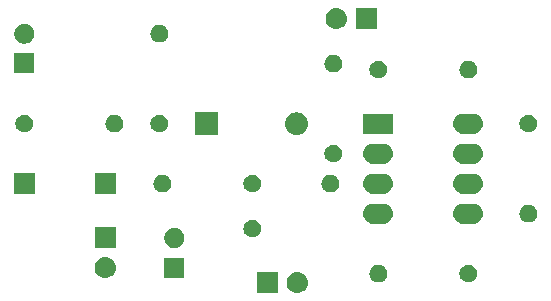
<source format=gbr>
G04 #@! TF.GenerationSoftware,KiCad,Pcbnew,(5.1.2)-2*
G04 #@! TF.CreationDate,2019-11-28T10:38:42+11:00*
G04 #@! TF.ProjectId,AM Demodulator,414d2044-656d-46f6-9475-6c61746f722e,rev 0.1*
G04 #@! TF.SameCoordinates,Original*
G04 #@! TF.FileFunction,Soldermask,Bot*
G04 #@! TF.FilePolarity,Negative*
%FSLAX46Y46*%
G04 Gerber Fmt 4.6, Leading zero omitted, Abs format (unit mm)*
G04 Created by KiCad (PCBNEW (5.1.2)-2) date 2019-11-28 10:38:42*
%MOMM*%
%LPD*%
G04 APERTURE LIST*
%ADD10C,0.100000*%
G04 APERTURE END LIST*
D10*
G36*
X155836443Y-115723519D02*
G01*
X155902627Y-115730037D01*
X156072466Y-115781557D01*
X156228991Y-115865222D01*
X156264729Y-115894552D01*
X156366186Y-115977814D01*
X156445992Y-116075059D01*
X156478778Y-116115009D01*
X156562443Y-116271534D01*
X156613963Y-116441373D01*
X156631359Y-116618000D01*
X156613963Y-116794627D01*
X156562443Y-116964466D01*
X156478778Y-117120991D01*
X156449448Y-117156729D01*
X156366186Y-117258186D01*
X156264729Y-117341448D01*
X156228991Y-117370778D01*
X156072466Y-117454443D01*
X155902627Y-117505963D01*
X155836443Y-117512481D01*
X155770260Y-117519000D01*
X155681740Y-117519000D01*
X155615557Y-117512481D01*
X155549373Y-117505963D01*
X155379534Y-117454443D01*
X155223009Y-117370778D01*
X155187271Y-117341448D01*
X155085814Y-117258186D01*
X155002552Y-117156729D01*
X154973222Y-117120991D01*
X154889557Y-116964466D01*
X154838037Y-116794627D01*
X154820641Y-116618000D01*
X154838037Y-116441373D01*
X154889557Y-116271534D01*
X154973222Y-116115009D01*
X155006008Y-116075059D01*
X155085814Y-115977814D01*
X155187271Y-115894552D01*
X155223009Y-115865222D01*
X155379534Y-115781557D01*
X155549373Y-115730037D01*
X155615557Y-115723519D01*
X155681740Y-115717000D01*
X155770260Y-115717000D01*
X155836443Y-115723519D01*
X155836443Y-115723519D01*
G37*
G36*
X154087000Y-117519000D02*
G01*
X152285000Y-117519000D01*
X152285000Y-115717000D01*
X154087000Y-115717000D01*
X154087000Y-117519000D01*
X154087000Y-117519000D01*
G37*
G36*
X162657665Y-115108622D02*
G01*
X162731222Y-115115867D01*
X162872786Y-115158810D01*
X163003252Y-115228546D01*
X163033040Y-115252992D01*
X163117607Y-115322393D01*
X163187008Y-115406960D01*
X163211454Y-115436748D01*
X163281190Y-115567214D01*
X163324133Y-115708778D01*
X163338633Y-115856000D01*
X163324133Y-116003222D01*
X163281190Y-116144786D01*
X163211454Y-116275252D01*
X163187008Y-116305040D01*
X163117607Y-116389607D01*
X163033040Y-116459008D01*
X163003252Y-116483454D01*
X162872786Y-116553190D01*
X162731222Y-116596133D01*
X162657665Y-116603378D01*
X162620888Y-116607000D01*
X162547112Y-116607000D01*
X162510335Y-116603378D01*
X162436778Y-116596133D01*
X162295214Y-116553190D01*
X162164748Y-116483454D01*
X162134960Y-116459008D01*
X162050393Y-116389607D01*
X161980992Y-116305040D01*
X161956546Y-116275252D01*
X161886810Y-116144786D01*
X161843867Y-116003222D01*
X161829367Y-115856000D01*
X161843867Y-115708778D01*
X161886810Y-115567214D01*
X161956546Y-115436748D01*
X161980992Y-115406960D01*
X162050393Y-115322393D01*
X162134960Y-115252992D01*
X162164748Y-115228546D01*
X162295214Y-115158810D01*
X162436778Y-115115867D01*
X162510335Y-115108622D01*
X162547112Y-115105000D01*
X162620888Y-115105000D01*
X162657665Y-115108622D01*
X162657665Y-115108622D01*
G37*
G36*
X170423059Y-115133860D02*
G01*
X170483294Y-115158810D01*
X170559732Y-115190472D01*
X170682735Y-115272660D01*
X170787340Y-115377265D01*
X170869528Y-115500268D01*
X170869529Y-115500270D01*
X170926140Y-115636941D01*
X170954906Y-115781557D01*
X170955000Y-115782033D01*
X170955000Y-115929967D01*
X170926140Y-116075059D01*
X170869528Y-116211732D01*
X170787340Y-116334735D01*
X170682735Y-116439340D01*
X170559732Y-116521528D01*
X170559731Y-116521529D01*
X170559730Y-116521529D01*
X170423059Y-116578140D01*
X170277968Y-116607000D01*
X170130032Y-116607000D01*
X169984941Y-116578140D01*
X169848270Y-116521529D01*
X169848269Y-116521529D01*
X169848268Y-116521528D01*
X169725265Y-116439340D01*
X169620660Y-116334735D01*
X169538472Y-116211732D01*
X169481860Y-116075059D01*
X169453000Y-115929967D01*
X169453000Y-115782033D01*
X169453095Y-115781557D01*
X169481860Y-115636941D01*
X169538471Y-115500270D01*
X169538472Y-115500268D01*
X169620660Y-115377265D01*
X169725265Y-115272660D01*
X169848268Y-115190472D01*
X169924707Y-115158810D01*
X169984941Y-115133860D01*
X170130032Y-115105000D01*
X170277968Y-115105000D01*
X170423059Y-115133860D01*
X170423059Y-115133860D01*
G37*
G36*
X139580442Y-114453518D02*
G01*
X139646627Y-114460037D01*
X139816466Y-114511557D01*
X139972991Y-114595222D01*
X140008729Y-114624552D01*
X140110186Y-114707814D01*
X140193448Y-114809271D01*
X140222778Y-114845009D01*
X140306443Y-115001534D01*
X140357963Y-115171373D01*
X140375359Y-115348000D01*
X140357963Y-115524627D01*
X140306443Y-115694466D01*
X140222778Y-115850991D01*
X140193448Y-115886729D01*
X140110186Y-115988186D01*
X140008729Y-116071448D01*
X139972991Y-116100778D01*
X139816466Y-116184443D01*
X139646627Y-116235963D01*
X139580442Y-116242482D01*
X139514260Y-116249000D01*
X139425740Y-116249000D01*
X139359558Y-116242482D01*
X139293373Y-116235963D01*
X139123534Y-116184443D01*
X138967009Y-116100778D01*
X138931271Y-116071448D01*
X138829814Y-115988186D01*
X138746552Y-115886729D01*
X138717222Y-115850991D01*
X138633557Y-115694466D01*
X138582037Y-115524627D01*
X138564641Y-115348000D01*
X138582037Y-115171373D01*
X138633557Y-115001534D01*
X138717222Y-114845009D01*
X138746552Y-114809271D01*
X138829814Y-114707814D01*
X138931271Y-114624552D01*
X138967009Y-114595222D01*
X139123534Y-114511557D01*
X139293373Y-114460037D01*
X139359558Y-114453518D01*
X139425740Y-114447000D01*
X139514260Y-114447000D01*
X139580442Y-114453518D01*
X139580442Y-114453518D01*
G37*
G36*
X146163000Y-116199000D02*
G01*
X144461000Y-116199000D01*
X144461000Y-114497000D01*
X146163000Y-114497000D01*
X146163000Y-116199000D01*
X146163000Y-116199000D01*
G37*
G36*
X140371000Y-113709000D02*
G01*
X138569000Y-113709000D01*
X138569000Y-111907000D01*
X140371000Y-111907000D01*
X140371000Y-113709000D01*
X140371000Y-113709000D01*
G37*
G36*
X145560228Y-112029703D02*
G01*
X145715100Y-112093853D01*
X145854481Y-112186985D01*
X145973015Y-112305519D01*
X146066147Y-112444900D01*
X146130297Y-112599772D01*
X146163000Y-112764184D01*
X146163000Y-112931816D01*
X146130297Y-113096228D01*
X146066147Y-113251100D01*
X145973015Y-113390481D01*
X145854481Y-113509015D01*
X145715100Y-113602147D01*
X145560228Y-113666297D01*
X145395816Y-113699000D01*
X145228184Y-113699000D01*
X145063772Y-113666297D01*
X144908900Y-113602147D01*
X144769519Y-113509015D01*
X144650985Y-113390481D01*
X144557853Y-113251100D01*
X144493703Y-113096228D01*
X144461000Y-112931816D01*
X144461000Y-112764184D01*
X144493703Y-112599772D01*
X144557853Y-112444900D01*
X144650985Y-112305519D01*
X144769519Y-112186985D01*
X144908900Y-112093853D01*
X145063772Y-112029703D01*
X145228184Y-111997000D01*
X145395816Y-111997000D01*
X145560228Y-112029703D01*
X145560228Y-112029703D01*
G37*
G36*
X152063398Y-111309606D02*
G01*
X152135059Y-111323860D01*
X152271732Y-111380472D01*
X152394735Y-111462660D01*
X152499340Y-111567265D01*
X152581528Y-111690268D01*
X152581529Y-111690270D01*
X152638140Y-111826941D01*
X152654065Y-111907000D01*
X152667000Y-111972033D01*
X152667000Y-112119967D01*
X152638140Y-112265059D01*
X152581528Y-112401732D01*
X152499340Y-112524735D01*
X152394735Y-112629340D01*
X152271732Y-112711528D01*
X152271731Y-112711529D01*
X152271730Y-112711529D01*
X152135059Y-112768140D01*
X151989968Y-112797000D01*
X151842032Y-112797000D01*
X151696941Y-112768140D01*
X151560270Y-112711529D01*
X151560269Y-112711529D01*
X151560268Y-112711528D01*
X151437265Y-112629340D01*
X151332660Y-112524735D01*
X151250472Y-112401732D01*
X151193860Y-112265059D01*
X151165000Y-112119967D01*
X151165000Y-111972033D01*
X151177936Y-111907000D01*
X151193860Y-111826941D01*
X151250471Y-111690270D01*
X151250472Y-111690268D01*
X151332660Y-111567265D01*
X151437265Y-111462660D01*
X151560268Y-111380472D01*
X151696941Y-111323860D01*
X151768602Y-111309606D01*
X151842032Y-111295000D01*
X151989968Y-111295000D01*
X152063398Y-111309606D01*
X152063398Y-111309606D01*
G37*
G36*
X170748823Y-109937313D02*
G01*
X170909242Y-109985976D01*
X171002581Y-110035867D01*
X171057078Y-110064996D01*
X171186659Y-110171341D01*
X171293004Y-110300922D01*
X171293005Y-110300924D01*
X171372024Y-110448758D01*
X171420687Y-110609177D01*
X171437117Y-110776000D01*
X171420687Y-110942823D01*
X171372024Y-111103242D01*
X171301114Y-111235906D01*
X171293004Y-111251078D01*
X171186659Y-111380659D01*
X171057078Y-111487004D01*
X171057076Y-111487005D01*
X170909242Y-111566024D01*
X170909239Y-111566025D01*
X170879380Y-111575083D01*
X170748823Y-111614687D01*
X170623804Y-111627000D01*
X169740196Y-111627000D01*
X169615177Y-111614687D01*
X169484620Y-111575083D01*
X169454761Y-111566025D01*
X169454758Y-111566024D01*
X169306924Y-111487005D01*
X169306922Y-111487004D01*
X169177341Y-111380659D01*
X169070996Y-111251078D01*
X169062886Y-111235906D01*
X168991976Y-111103242D01*
X168943313Y-110942823D01*
X168926883Y-110776000D01*
X168943313Y-110609177D01*
X168991976Y-110448758D01*
X169070995Y-110300924D01*
X169070996Y-110300922D01*
X169177341Y-110171341D01*
X169306922Y-110064996D01*
X169361419Y-110035867D01*
X169454758Y-109985976D01*
X169615177Y-109937313D01*
X169740196Y-109925000D01*
X170623804Y-109925000D01*
X170748823Y-109937313D01*
X170748823Y-109937313D01*
G37*
G36*
X163128823Y-109937313D02*
G01*
X163289242Y-109985976D01*
X163382581Y-110035867D01*
X163437078Y-110064996D01*
X163566659Y-110171341D01*
X163673004Y-110300922D01*
X163673005Y-110300924D01*
X163752024Y-110448758D01*
X163800687Y-110609177D01*
X163817117Y-110776000D01*
X163800687Y-110942823D01*
X163752024Y-111103242D01*
X163681114Y-111235906D01*
X163673004Y-111251078D01*
X163566659Y-111380659D01*
X163437078Y-111487004D01*
X163437076Y-111487005D01*
X163289242Y-111566024D01*
X163289239Y-111566025D01*
X163259380Y-111575083D01*
X163128823Y-111614687D01*
X163003804Y-111627000D01*
X162120196Y-111627000D01*
X161995177Y-111614687D01*
X161864620Y-111575083D01*
X161834761Y-111566025D01*
X161834758Y-111566024D01*
X161686924Y-111487005D01*
X161686922Y-111487004D01*
X161557341Y-111380659D01*
X161450996Y-111251078D01*
X161442886Y-111235906D01*
X161371976Y-111103242D01*
X161323313Y-110942823D01*
X161306883Y-110776000D01*
X161323313Y-110609177D01*
X161371976Y-110448758D01*
X161450995Y-110300924D01*
X161450996Y-110300922D01*
X161557341Y-110171341D01*
X161686922Y-110064996D01*
X161741419Y-110035867D01*
X161834758Y-109985976D01*
X161995177Y-109937313D01*
X162120196Y-109925000D01*
X163003804Y-109925000D01*
X163128823Y-109937313D01*
X163128823Y-109937313D01*
G37*
G36*
X175357665Y-110028622D02*
G01*
X175431222Y-110035867D01*
X175572786Y-110078810D01*
X175703252Y-110148546D01*
X175731028Y-110171341D01*
X175817607Y-110242393D01*
X175887008Y-110326960D01*
X175911454Y-110356748D01*
X175981190Y-110487214D01*
X176024133Y-110628778D01*
X176038633Y-110776000D01*
X176024133Y-110923222D01*
X175981190Y-111064786D01*
X175911454Y-111195252D01*
X175887008Y-111225040D01*
X175817607Y-111309607D01*
X175733040Y-111379008D01*
X175703252Y-111403454D01*
X175572786Y-111473190D01*
X175431222Y-111516133D01*
X175357665Y-111523378D01*
X175320888Y-111527000D01*
X175247112Y-111527000D01*
X175210335Y-111523378D01*
X175136778Y-111516133D01*
X174995214Y-111473190D01*
X174864748Y-111403454D01*
X174834960Y-111379008D01*
X174750393Y-111309607D01*
X174680992Y-111225040D01*
X174656546Y-111195252D01*
X174586810Y-111064786D01*
X174543867Y-110923222D01*
X174529367Y-110776000D01*
X174543867Y-110628778D01*
X174586810Y-110487214D01*
X174656546Y-110356748D01*
X174680992Y-110326960D01*
X174750393Y-110242393D01*
X174836972Y-110171341D01*
X174864748Y-110148546D01*
X174995214Y-110078810D01*
X175136778Y-110035867D01*
X175210335Y-110028622D01*
X175247112Y-110025000D01*
X175320888Y-110025000D01*
X175357665Y-110028622D01*
X175357665Y-110028622D01*
G37*
G36*
X133513000Y-109137000D02*
G01*
X131711000Y-109137000D01*
X131711000Y-107335000D01*
X133513000Y-107335000D01*
X133513000Y-109137000D01*
X133513000Y-109137000D01*
G37*
G36*
X140371000Y-109137000D02*
G01*
X138569000Y-109137000D01*
X138569000Y-107335000D01*
X140371000Y-107335000D01*
X140371000Y-109137000D01*
X140371000Y-109137000D01*
G37*
G36*
X170748823Y-107397313D02*
G01*
X170909242Y-107445976D01*
X171002581Y-107495867D01*
X171057078Y-107524996D01*
X171186659Y-107631341D01*
X171293004Y-107760922D01*
X171293005Y-107760924D01*
X171372024Y-107908758D01*
X171420687Y-108069177D01*
X171437117Y-108236000D01*
X171420687Y-108402823D01*
X171372024Y-108563242D01*
X171301114Y-108695906D01*
X171293004Y-108711078D01*
X171186659Y-108840659D01*
X171057078Y-108947004D01*
X171057076Y-108947005D01*
X170909242Y-109026024D01*
X170748823Y-109074687D01*
X170623804Y-109087000D01*
X169740196Y-109087000D01*
X169615177Y-109074687D01*
X169454758Y-109026024D01*
X169306924Y-108947005D01*
X169306922Y-108947004D01*
X169177341Y-108840659D01*
X169070996Y-108711078D01*
X169062886Y-108695906D01*
X168991976Y-108563242D01*
X168943313Y-108402823D01*
X168926883Y-108236000D01*
X168943313Y-108069177D01*
X168991976Y-107908758D01*
X169070995Y-107760924D01*
X169070996Y-107760922D01*
X169177341Y-107631341D01*
X169306922Y-107524996D01*
X169361419Y-107495867D01*
X169454758Y-107445976D01*
X169615177Y-107397313D01*
X169740196Y-107385000D01*
X170623804Y-107385000D01*
X170748823Y-107397313D01*
X170748823Y-107397313D01*
G37*
G36*
X163128823Y-107397313D02*
G01*
X163289242Y-107445976D01*
X163382581Y-107495867D01*
X163437078Y-107524996D01*
X163566659Y-107631341D01*
X163673004Y-107760922D01*
X163673005Y-107760924D01*
X163752024Y-107908758D01*
X163800687Y-108069177D01*
X163817117Y-108236000D01*
X163800687Y-108402823D01*
X163752024Y-108563242D01*
X163681114Y-108695906D01*
X163673004Y-108711078D01*
X163566659Y-108840659D01*
X163437078Y-108947004D01*
X163437076Y-108947005D01*
X163289242Y-109026024D01*
X163128823Y-109074687D01*
X163003804Y-109087000D01*
X162120196Y-109087000D01*
X161995177Y-109074687D01*
X161834758Y-109026024D01*
X161686924Y-108947005D01*
X161686922Y-108947004D01*
X161557341Y-108840659D01*
X161450996Y-108711078D01*
X161442886Y-108695906D01*
X161371976Y-108563242D01*
X161323313Y-108402823D01*
X161306883Y-108236000D01*
X161323313Y-108069177D01*
X161371976Y-107908758D01*
X161450995Y-107760924D01*
X161450996Y-107760922D01*
X161557341Y-107631341D01*
X161686922Y-107524996D01*
X161741419Y-107495867D01*
X161834758Y-107445976D01*
X161995177Y-107397313D01*
X162120196Y-107385000D01*
X163003804Y-107385000D01*
X163128823Y-107397313D01*
X163128823Y-107397313D01*
G37*
G36*
X152135059Y-107513860D02*
G01*
X152195294Y-107538810D01*
X152271732Y-107570472D01*
X152394735Y-107652660D01*
X152499340Y-107757265D01*
X152581528Y-107880268D01*
X152638140Y-108016941D01*
X152667000Y-108162033D01*
X152667000Y-108309967D01*
X152638140Y-108455059D01*
X152581528Y-108591732D01*
X152499340Y-108714735D01*
X152394735Y-108819340D01*
X152271732Y-108901528D01*
X152271731Y-108901529D01*
X152271730Y-108901529D01*
X152135059Y-108958140D01*
X151989968Y-108987000D01*
X151842032Y-108987000D01*
X151696941Y-108958140D01*
X151560270Y-108901529D01*
X151560269Y-108901529D01*
X151560268Y-108901528D01*
X151437265Y-108819340D01*
X151332660Y-108714735D01*
X151250472Y-108591732D01*
X151193860Y-108455059D01*
X151165000Y-108309967D01*
X151165000Y-108162033D01*
X151193860Y-108016941D01*
X151250472Y-107880268D01*
X151332660Y-107757265D01*
X151437265Y-107652660D01*
X151560268Y-107570472D01*
X151636707Y-107538810D01*
X151696941Y-107513860D01*
X151842032Y-107485000D01*
X151989968Y-107485000D01*
X152135059Y-107513860D01*
X152135059Y-107513860D01*
G37*
G36*
X144369665Y-107488622D02*
G01*
X144443222Y-107495867D01*
X144584786Y-107538810D01*
X144715252Y-107608546D01*
X144743028Y-107631341D01*
X144829607Y-107702393D01*
X144899008Y-107786960D01*
X144923454Y-107816748D01*
X144993190Y-107947214D01*
X145036133Y-108088778D01*
X145050633Y-108236000D01*
X145036133Y-108383222D01*
X144993190Y-108524786D01*
X144923454Y-108655252D01*
X144899008Y-108685040D01*
X144829607Y-108769607D01*
X144769004Y-108819341D01*
X144715252Y-108863454D01*
X144584786Y-108933190D01*
X144443222Y-108976133D01*
X144369665Y-108983378D01*
X144332888Y-108987000D01*
X144259112Y-108987000D01*
X144222335Y-108983378D01*
X144148778Y-108976133D01*
X144007214Y-108933190D01*
X143876748Y-108863454D01*
X143822996Y-108819341D01*
X143762393Y-108769607D01*
X143692992Y-108685040D01*
X143668546Y-108655252D01*
X143598810Y-108524786D01*
X143555867Y-108383222D01*
X143541367Y-108236000D01*
X143555867Y-108088778D01*
X143598810Y-107947214D01*
X143668546Y-107816748D01*
X143692992Y-107786960D01*
X143762393Y-107702393D01*
X143848972Y-107631341D01*
X143876748Y-107608546D01*
X144007214Y-107538810D01*
X144148778Y-107495867D01*
X144222335Y-107488622D01*
X144259112Y-107485000D01*
X144332888Y-107485000D01*
X144369665Y-107488622D01*
X144369665Y-107488622D01*
G37*
G36*
X158588779Y-107488622D02*
G01*
X158662336Y-107495867D01*
X158803900Y-107538810D01*
X158934366Y-107608546D01*
X158962142Y-107631341D01*
X159048721Y-107702393D01*
X159118122Y-107786960D01*
X159142568Y-107816748D01*
X159212304Y-107947214D01*
X159255247Y-108088778D01*
X159269747Y-108236000D01*
X159255247Y-108383222D01*
X159212304Y-108524786D01*
X159142568Y-108655252D01*
X159118122Y-108685040D01*
X159048721Y-108769607D01*
X158988118Y-108819341D01*
X158934366Y-108863454D01*
X158803900Y-108933190D01*
X158662336Y-108976133D01*
X158588779Y-108983378D01*
X158552002Y-108987000D01*
X158478226Y-108987000D01*
X158441449Y-108983378D01*
X158367892Y-108976133D01*
X158226328Y-108933190D01*
X158095862Y-108863454D01*
X158042110Y-108819341D01*
X157981507Y-108769607D01*
X157912106Y-108685040D01*
X157887660Y-108655252D01*
X157817924Y-108524786D01*
X157774981Y-108383222D01*
X157760481Y-108236000D01*
X157774981Y-108088778D01*
X157817924Y-107947214D01*
X157887660Y-107816748D01*
X157912106Y-107786960D01*
X157981507Y-107702393D01*
X158068086Y-107631341D01*
X158095862Y-107608546D01*
X158226328Y-107538810D01*
X158367892Y-107495867D01*
X158441449Y-107488622D01*
X158478226Y-107485000D01*
X158552002Y-107485000D01*
X158588779Y-107488622D01*
X158588779Y-107488622D01*
G37*
G36*
X163128823Y-104857313D02*
G01*
X163289242Y-104905976D01*
X163416244Y-104973860D01*
X163437078Y-104984996D01*
X163566659Y-105091341D01*
X163673004Y-105220922D01*
X163673005Y-105220924D01*
X163752024Y-105368758D01*
X163800687Y-105529177D01*
X163817117Y-105696000D01*
X163800687Y-105862823D01*
X163752024Y-106023242D01*
X163681114Y-106155906D01*
X163673004Y-106171078D01*
X163566659Y-106300659D01*
X163437078Y-106407004D01*
X163437076Y-106407005D01*
X163289242Y-106486024D01*
X163128823Y-106534687D01*
X163003804Y-106547000D01*
X162120196Y-106547000D01*
X161995177Y-106534687D01*
X161834758Y-106486024D01*
X161686924Y-106407005D01*
X161686922Y-106407004D01*
X161557341Y-106300659D01*
X161450996Y-106171078D01*
X161442886Y-106155906D01*
X161371976Y-106023242D01*
X161323313Y-105862823D01*
X161306883Y-105696000D01*
X161323313Y-105529177D01*
X161371976Y-105368758D01*
X161450995Y-105220924D01*
X161450996Y-105220922D01*
X161557341Y-105091341D01*
X161686922Y-104984996D01*
X161707756Y-104973860D01*
X161834758Y-104905976D01*
X161995177Y-104857313D01*
X162120196Y-104845000D01*
X163003804Y-104845000D01*
X163128823Y-104857313D01*
X163128823Y-104857313D01*
G37*
G36*
X170748823Y-104857313D02*
G01*
X170909242Y-104905976D01*
X171036244Y-104973860D01*
X171057078Y-104984996D01*
X171186659Y-105091341D01*
X171293004Y-105220922D01*
X171293005Y-105220924D01*
X171372024Y-105368758D01*
X171420687Y-105529177D01*
X171437117Y-105696000D01*
X171420687Y-105862823D01*
X171372024Y-106023242D01*
X171301114Y-106155906D01*
X171293004Y-106171078D01*
X171186659Y-106300659D01*
X171057078Y-106407004D01*
X171057076Y-106407005D01*
X170909242Y-106486024D01*
X170748823Y-106534687D01*
X170623804Y-106547000D01*
X169740196Y-106547000D01*
X169615177Y-106534687D01*
X169454758Y-106486024D01*
X169306924Y-106407005D01*
X169306922Y-106407004D01*
X169177341Y-106300659D01*
X169070996Y-106171078D01*
X169062886Y-106155906D01*
X168991976Y-106023242D01*
X168943313Y-105862823D01*
X168926883Y-105696000D01*
X168943313Y-105529177D01*
X168991976Y-105368758D01*
X169070995Y-105220924D01*
X169070996Y-105220922D01*
X169177341Y-105091341D01*
X169306922Y-104984996D01*
X169327756Y-104973860D01*
X169454758Y-104905976D01*
X169615177Y-104857313D01*
X169740196Y-104845000D01*
X170623804Y-104845000D01*
X170748823Y-104857313D01*
X170748823Y-104857313D01*
G37*
G36*
X158993059Y-104973860D02*
G01*
X159129732Y-105030472D01*
X159252735Y-105112660D01*
X159357340Y-105217265D01*
X159439528Y-105340268D01*
X159496140Y-105476941D01*
X159525000Y-105622033D01*
X159525000Y-105769967D01*
X159496140Y-105915059D01*
X159439528Y-106051732D01*
X159357340Y-106174735D01*
X159252735Y-106279340D01*
X159129732Y-106361528D01*
X159129731Y-106361529D01*
X159129730Y-106361529D01*
X158993059Y-106418140D01*
X158847968Y-106447000D01*
X158700032Y-106447000D01*
X158554941Y-106418140D01*
X158418270Y-106361529D01*
X158418269Y-106361529D01*
X158418268Y-106361528D01*
X158295265Y-106279340D01*
X158190660Y-106174735D01*
X158108472Y-106051732D01*
X158051860Y-105915059D01*
X158023000Y-105769967D01*
X158023000Y-105622033D01*
X158051860Y-105476941D01*
X158108472Y-105340268D01*
X158190660Y-105217265D01*
X158295265Y-105112660D01*
X158418268Y-105030472D01*
X158554941Y-104973860D01*
X158700032Y-104945000D01*
X158847968Y-104945000D01*
X158993059Y-104973860D01*
X158993059Y-104973860D01*
G37*
G36*
X155844425Y-102218760D02*
G01*
X155844428Y-102218761D01*
X155844429Y-102218761D01*
X156023693Y-102273140D01*
X156023696Y-102273142D01*
X156023697Y-102273142D01*
X156188903Y-102361446D01*
X156333712Y-102480288D01*
X156452554Y-102625097D01*
X156512232Y-102736748D01*
X156540860Y-102790307D01*
X156564189Y-102867214D01*
X156595240Y-102969575D01*
X156613601Y-103156000D01*
X156595240Y-103342425D01*
X156595239Y-103342428D01*
X156595239Y-103342429D01*
X156540860Y-103521693D01*
X156540858Y-103521696D01*
X156540858Y-103521697D01*
X156452554Y-103686903D01*
X156333712Y-103831712D01*
X156188903Y-103950554D01*
X156083299Y-104007000D01*
X156023693Y-104038860D01*
X155844429Y-104093239D01*
X155844428Y-104093239D01*
X155844425Y-104093240D01*
X155704718Y-104107000D01*
X155611282Y-104107000D01*
X155471575Y-104093240D01*
X155471572Y-104093239D01*
X155471571Y-104093239D01*
X155292307Y-104038860D01*
X155232701Y-104007000D01*
X155127097Y-103950554D01*
X154982288Y-103831712D01*
X154863446Y-103686903D01*
X154775142Y-103521697D01*
X154775142Y-103521696D01*
X154775140Y-103521693D01*
X154720761Y-103342429D01*
X154720761Y-103342428D01*
X154720760Y-103342425D01*
X154702399Y-103156000D01*
X154720760Y-102969575D01*
X154751811Y-102867214D01*
X154775140Y-102790307D01*
X154803768Y-102736748D01*
X154863446Y-102625097D01*
X154982288Y-102480288D01*
X155127097Y-102361446D01*
X155292303Y-102273142D01*
X155292304Y-102273142D01*
X155292307Y-102273140D01*
X155471571Y-102218761D01*
X155471572Y-102218761D01*
X155471575Y-102218760D01*
X155611282Y-102205000D01*
X155704718Y-102205000D01*
X155844425Y-102218760D01*
X155844425Y-102218760D01*
G37*
G36*
X148989000Y-104107000D02*
G01*
X147087000Y-104107000D01*
X147087000Y-102205000D01*
X148989000Y-102205000D01*
X148989000Y-104107000D01*
X148989000Y-104107000D01*
G37*
G36*
X170748823Y-102317313D02*
G01*
X170909242Y-102365976D01*
X171002581Y-102415867D01*
X171057078Y-102444996D01*
X171186659Y-102551341D01*
X171293004Y-102680922D01*
X171293005Y-102680924D01*
X171372024Y-102828758D01*
X171420687Y-102989177D01*
X171437117Y-103156000D01*
X171420687Y-103322823D01*
X171372024Y-103483242D01*
X171301114Y-103615906D01*
X171293004Y-103631078D01*
X171186659Y-103760659D01*
X171057078Y-103867004D01*
X171057076Y-103867005D01*
X170909242Y-103946024D01*
X170748823Y-103994687D01*
X170623804Y-104007000D01*
X169740196Y-104007000D01*
X169615177Y-103994687D01*
X169454758Y-103946024D01*
X169306924Y-103867005D01*
X169306922Y-103867004D01*
X169177341Y-103760659D01*
X169070996Y-103631078D01*
X169062886Y-103615906D01*
X168991976Y-103483242D01*
X168943313Y-103322823D01*
X168926883Y-103156000D01*
X168943313Y-102989177D01*
X168991976Y-102828758D01*
X169070995Y-102680924D01*
X169070996Y-102680922D01*
X169177341Y-102551341D01*
X169306922Y-102444996D01*
X169361419Y-102415867D01*
X169454758Y-102365976D01*
X169615177Y-102317313D01*
X169740196Y-102305000D01*
X170623804Y-102305000D01*
X170748823Y-102317313D01*
X170748823Y-102317313D01*
G37*
G36*
X163813000Y-104007000D02*
G01*
X161311000Y-104007000D01*
X161311000Y-102305000D01*
X163813000Y-102305000D01*
X163813000Y-104007000D01*
X163813000Y-104007000D01*
G37*
G36*
X144257059Y-102433860D02*
G01*
X144317294Y-102458810D01*
X144393732Y-102490472D01*
X144516735Y-102572660D01*
X144621340Y-102677265D01*
X144703528Y-102800268D01*
X144760140Y-102936941D01*
X144789000Y-103082033D01*
X144789000Y-103229967D01*
X144760140Y-103375059D01*
X144703528Y-103511732D01*
X144621340Y-103634735D01*
X144516735Y-103739340D01*
X144393732Y-103821528D01*
X144393731Y-103821529D01*
X144393730Y-103821529D01*
X144257059Y-103878140D01*
X144111968Y-103907000D01*
X143964032Y-103907000D01*
X143818941Y-103878140D01*
X143682270Y-103821529D01*
X143682269Y-103821529D01*
X143682268Y-103821528D01*
X143559265Y-103739340D01*
X143454660Y-103634735D01*
X143372472Y-103511732D01*
X143315860Y-103375059D01*
X143287000Y-103229967D01*
X143287000Y-103082033D01*
X143315860Y-102936941D01*
X143372472Y-102800268D01*
X143454660Y-102677265D01*
X143559265Y-102572660D01*
X143682268Y-102490472D01*
X143758707Y-102458810D01*
X143818941Y-102433860D01*
X143964032Y-102405000D01*
X144111968Y-102405000D01*
X144257059Y-102433860D01*
X144257059Y-102433860D01*
G37*
G36*
X140305665Y-102408622D02*
G01*
X140379222Y-102415867D01*
X140520786Y-102458810D01*
X140651252Y-102528546D01*
X140679028Y-102551341D01*
X140765607Y-102622393D01*
X140835008Y-102706960D01*
X140859454Y-102736748D01*
X140929190Y-102867214D01*
X140972133Y-103008778D01*
X140986633Y-103156000D01*
X140972133Y-103303222D01*
X140929190Y-103444786D01*
X140859454Y-103575252D01*
X140835008Y-103605040D01*
X140765607Y-103689607D01*
X140705004Y-103739341D01*
X140651252Y-103783454D01*
X140520786Y-103853190D01*
X140379222Y-103896133D01*
X140305665Y-103903378D01*
X140268888Y-103907000D01*
X140195112Y-103907000D01*
X140158335Y-103903378D01*
X140084778Y-103896133D01*
X139943214Y-103853190D01*
X139812748Y-103783454D01*
X139758996Y-103739341D01*
X139698393Y-103689607D01*
X139628992Y-103605040D01*
X139604546Y-103575252D01*
X139534810Y-103444786D01*
X139491867Y-103303222D01*
X139477367Y-103156000D01*
X139491867Y-103008778D01*
X139534810Y-102867214D01*
X139604546Y-102736748D01*
X139628992Y-102706960D01*
X139698393Y-102622393D01*
X139784972Y-102551341D01*
X139812748Y-102528546D01*
X139943214Y-102458810D01*
X140084778Y-102415867D01*
X140158335Y-102408622D01*
X140195112Y-102405000D01*
X140268888Y-102405000D01*
X140305665Y-102408622D01*
X140305665Y-102408622D01*
G37*
G36*
X132831059Y-102433860D02*
G01*
X132891294Y-102458810D01*
X132967732Y-102490472D01*
X133090735Y-102572660D01*
X133195340Y-102677265D01*
X133277528Y-102800268D01*
X133334140Y-102936941D01*
X133363000Y-103082033D01*
X133363000Y-103229967D01*
X133334140Y-103375059D01*
X133277528Y-103511732D01*
X133195340Y-103634735D01*
X133090735Y-103739340D01*
X132967732Y-103821528D01*
X132967731Y-103821529D01*
X132967730Y-103821529D01*
X132831059Y-103878140D01*
X132685968Y-103907000D01*
X132538032Y-103907000D01*
X132392941Y-103878140D01*
X132256270Y-103821529D01*
X132256269Y-103821529D01*
X132256268Y-103821528D01*
X132133265Y-103739340D01*
X132028660Y-103634735D01*
X131946472Y-103511732D01*
X131889860Y-103375059D01*
X131861000Y-103229967D01*
X131861000Y-103082033D01*
X131889860Y-102936941D01*
X131946472Y-102800268D01*
X132028660Y-102677265D01*
X132133265Y-102572660D01*
X132256268Y-102490472D01*
X132332707Y-102458810D01*
X132392941Y-102433860D01*
X132538032Y-102405000D01*
X132685968Y-102405000D01*
X132831059Y-102433860D01*
X132831059Y-102433860D01*
G37*
G36*
X175503059Y-102433860D02*
G01*
X175563294Y-102458810D01*
X175639732Y-102490472D01*
X175762735Y-102572660D01*
X175867340Y-102677265D01*
X175949528Y-102800268D01*
X176006140Y-102936941D01*
X176035000Y-103082033D01*
X176035000Y-103229967D01*
X176006140Y-103375059D01*
X175949528Y-103511732D01*
X175867340Y-103634735D01*
X175762735Y-103739340D01*
X175639732Y-103821528D01*
X175639731Y-103821529D01*
X175639730Y-103821529D01*
X175503059Y-103878140D01*
X175357968Y-103907000D01*
X175210032Y-103907000D01*
X175064941Y-103878140D01*
X174928270Y-103821529D01*
X174928269Y-103821529D01*
X174928268Y-103821528D01*
X174805265Y-103739340D01*
X174700660Y-103634735D01*
X174618472Y-103511732D01*
X174561860Y-103375059D01*
X174533000Y-103229967D01*
X174533000Y-103082033D01*
X174561860Y-102936941D01*
X174618472Y-102800268D01*
X174700660Y-102677265D01*
X174805265Y-102572660D01*
X174928268Y-102490472D01*
X175004707Y-102458810D01*
X175064941Y-102433860D01*
X175210032Y-102405000D01*
X175357968Y-102405000D01*
X175503059Y-102433860D01*
X175503059Y-102433860D01*
G37*
G36*
X170277665Y-97836622D02*
G01*
X170351222Y-97843867D01*
X170492786Y-97886810D01*
X170623252Y-97956546D01*
X170653040Y-97980992D01*
X170737607Y-98050393D01*
X170807008Y-98134960D01*
X170831454Y-98164748D01*
X170901190Y-98295214D01*
X170944133Y-98436778D01*
X170958633Y-98584000D01*
X170944133Y-98731222D01*
X170901190Y-98872786D01*
X170831454Y-99003252D01*
X170807008Y-99033040D01*
X170737607Y-99117607D01*
X170677004Y-99167341D01*
X170623252Y-99211454D01*
X170492786Y-99281190D01*
X170351222Y-99324133D01*
X170277665Y-99331378D01*
X170240888Y-99335000D01*
X170167112Y-99335000D01*
X170130335Y-99331378D01*
X170056778Y-99324133D01*
X169915214Y-99281190D01*
X169784748Y-99211454D01*
X169730996Y-99167341D01*
X169670393Y-99117607D01*
X169600992Y-99033040D01*
X169576546Y-99003252D01*
X169506810Y-98872786D01*
X169463867Y-98731222D01*
X169449367Y-98584000D01*
X169463867Y-98436778D01*
X169506810Y-98295214D01*
X169576546Y-98164748D01*
X169600992Y-98134960D01*
X169670393Y-98050393D01*
X169754960Y-97980992D01*
X169784748Y-97956546D01*
X169915214Y-97886810D01*
X170056778Y-97843867D01*
X170130335Y-97836622D01*
X170167112Y-97833000D01*
X170240888Y-97833000D01*
X170277665Y-97836622D01*
X170277665Y-97836622D01*
G37*
G36*
X162803059Y-97861860D02*
G01*
X162863294Y-97886810D01*
X162939732Y-97918472D01*
X163062735Y-98000660D01*
X163167340Y-98105265D01*
X163249528Y-98228268D01*
X163306140Y-98364941D01*
X163335000Y-98510033D01*
X163335000Y-98657967D01*
X163306140Y-98803059D01*
X163249528Y-98939732D01*
X163167340Y-99062735D01*
X163062735Y-99167340D01*
X162939732Y-99249528D01*
X162939731Y-99249529D01*
X162939730Y-99249529D01*
X162803059Y-99306140D01*
X162657968Y-99335000D01*
X162510032Y-99335000D01*
X162364941Y-99306140D01*
X162228270Y-99249529D01*
X162228269Y-99249529D01*
X162228268Y-99249528D01*
X162105265Y-99167340D01*
X162000660Y-99062735D01*
X161918472Y-98939732D01*
X161861860Y-98803059D01*
X161833000Y-98657967D01*
X161833000Y-98510033D01*
X161861860Y-98364941D01*
X161918472Y-98228268D01*
X162000660Y-98105265D01*
X162105265Y-98000660D01*
X162228268Y-97918472D01*
X162304707Y-97886810D01*
X162364941Y-97861860D01*
X162510032Y-97833000D01*
X162657968Y-97833000D01*
X162803059Y-97861860D01*
X162803059Y-97861860D01*
G37*
G36*
X133463000Y-98887000D02*
G01*
X131761000Y-98887000D01*
X131761000Y-97185000D01*
X133463000Y-97185000D01*
X133463000Y-98887000D01*
X133463000Y-98887000D01*
G37*
G36*
X158847665Y-97328622D02*
G01*
X158921222Y-97335867D01*
X159062786Y-97378810D01*
X159193252Y-97448546D01*
X159223040Y-97472992D01*
X159307607Y-97542393D01*
X159377008Y-97626960D01*
X159401454Y-97656748D01*
X159471190Y-97787214D01*
X159514133Y-97928778D01*
X159528633Y-98076000D01*
X159514133Y-98223222D01*
X159471190Y-98364786D01*
X159401454Y-98495252D01*
X159377008Y-98525040D01*
X159307607Y-98609607D01*
X159248677Y-98657968D01*
X159193252Y-98703454D01*
X159062786Y-98773190D01*
X158921222Y-98816133D01*
X158847665Y-98823378D01*
X158810888Y-98827000D01*
X158737112Y-98827000D01*
X158700335Y-98823378D01*
X158626778Y-98816133D01*
X158485214Y-98773190D01*
X158354748Y-98703454D01*
X158299323Y-98657968D01*
X158240393Y-98609607D01*
X158170992Y-98525040D01*
X158146546Y-98495252D01*
X158076810Y-98364786D01*
X158033867Y-98223222D01*
X158019367Y-98076000D01*
X158033867Y-97928778D01*
X158076810Y-97787214D01*
X158146546Y-97656748D01*
X158170992Y-97626960D01*
X158240393Y-97542393D01*
X158324960Y-97472992D01*
X158354748Y-97448546D01*
X158485214Y-97378810D01*
X158626778Y-97335867D01*
X158700335Y-97328622D01*
X158737112Y-97325000D01*
X158810888Y-97325000D01*
X158847665Y-97328622D01*
X158847665Y-97328622D01*
G37*
G36*
X132860228Y-94717703D02*
G01*
X133015100Y-94781853D01*
X133154481Y-94874985D01*
X133273015Y-94993519D01*
X133366147Y-95132900D01*
X133430297Y-95287772D01*
X133463000Y-95452184D01*
X133463000Y-95619816D01*
X133430297Y-95784228D01*
X133366147Y-95939100D01*
X133273015Y-96078481D01*
X133154481Y-96197015D01*
X133015100Y-96290147D01*
X132860228Y-96354297D01*
X132695816Y-96387000D01*
X132528184Y-96387000D01*
X132363772Y-96354297D01*
X132208900Y-96290147D01*
X132069519Y-96197015D01*
X131950985Y-96078481D01*
X131857853Y-95939100D01*
X131793703Y-95784228D01*
X131761000Y-95619816D01*
X131761000Y-95452184D01*
X131793703Y-95287772D01*
X131857853Y-95132900D01*
X131950985Y-94993519D01*
X132069519Y-94874985D01*
X132208900Y-94781853D01*
X132363772Y-94717703D01*
X132528184Y-94685000D01*
X132695816Y-94685000D01*
X132860228Y-94717703D01*
X132860228Y-94717703D01*
G37*
G36*
X144111665Y-94788622D02*
G01*
X144185222Y-94795867D01*
X144326786Y-94838810D01*
X144457252Y-94908546D01*
X144487040Y-94932992D01*
X144571607Y-95002393D01*
X144641008Y-95086960D01*
X144665454Y-95116748D01*
X144735190Y-95247214D01*
X144778133Y-95388778D01*
X144792633Y-95536000D01*
X144778133Y-95683222D01*
X144735190Y-95824786D01*
X144665454Y-95955252D01*
X144641008Y-95985040D01*
X144571607Y-96069607D01*
X144487040Y-96139008D01*
X144457252Y-96163454D01*
X144326786Y-96233190D01*
X144185222Y-96276133D01*
X144111665Y-96283378D01*
X144074888Y-96287000D01*
X144001112Y-96287000D01*
X143964335Y-96283378D01*
X143890778Y-96276133D01*
X143749214Y-96233190D01*
X143618748Y-96163454D01*
X143588960Y-96139008D01*
X143504393Y-96069607D01*
X143434992Y-95985040D01*
X143410546Y-95955252D01*
X143340810Y-95824786D01*
X143297867Y-95683222D01*
X143283367Y-95536000D01*
X143297867Y-95388778D01*
X143340810Y-95247214D01*
X143410546Y-95116748D01*
X143434992Y-95086960D01*
X143504393Y-95002393D01*
X143588960Y-94932992D01*
X143618748Y-94908546D01*
X143749214Y-94838810D01*
X143890778Y-94795867D01*
X143964335Y-94788622D01*
X144001112Y-94785000D01*
X144074888Y-94785000D01*
X144111665Y-94788622D01*
X144111665Y-94788622D01*
G37*
G36*
X162469000Y-95167000D02*
G01*
X160667000Y-95167000D01*
X160667000Y-93365000D01*
X162469000Y-93365000D01*
X162469000Y-95167000D01*
X162469000Y-95167000D01*
G37*
G36*
X159138443Y-93371519D02*
G01*
X159204627Y-93378037D01*
X159374466Y-93429557D01*
X159530991Y-93513222D01*
X159566729Y-93542552D01*
X159668186Y-93625814D01*
X159751448Y-93727271D01*
X159780778Y-93763009D01*
X159864443Y-93919534D01*
X159915963Y-94089373D01*
X159933359Y-94266000D01*
X159915963Y-94442627D01*
X159864443Y-94612466D01*
X159780778Y-94768991D01*
X159758721Y-94795867D01*
X159668186Y-94906186D01*
X159566729Y-94989448D01*
X159530991Y-95018778D01*
X159374466Y-95102443D01*
X159204627Y-95153963D01*
X159138442Y-95160482D01*
X159072260Y-95167000D01*
X158983740Y-95167000D01*
X158917558Y-95160482D01*
X158851373Y-95153963D01*
X158681534Y-95102443D01*
X158525009Y-95018778D01*
X158489271Y-94989448D01*
X158387814Y-94906186D01*
X158297279Y-94795867D01*
X158275222Y-94768991D01*
X158191557Y-94612466D01*
X158140037Y-94442627D01*
X158122641Y-94266000D01*
X158140037Y-94089373D01*
X158191557Y-93919534D01*
X158275222Y-93763009D01*
X158304552Y-93727271D01*
X158387814Y-93625814D01*
X158489271Y-93542552D01*
X158525009Y-93513222D01*
X158681534Y-93429557D01*
X158851373Y-93378037D01*
X158917557Y-93371519D01*
X158983740Y-93365000D01*
X159072260Y-93365000D01*
X159138443Y-93371519D01*
X159138443Y-93371519D01*
G37*
M02*

</source>
